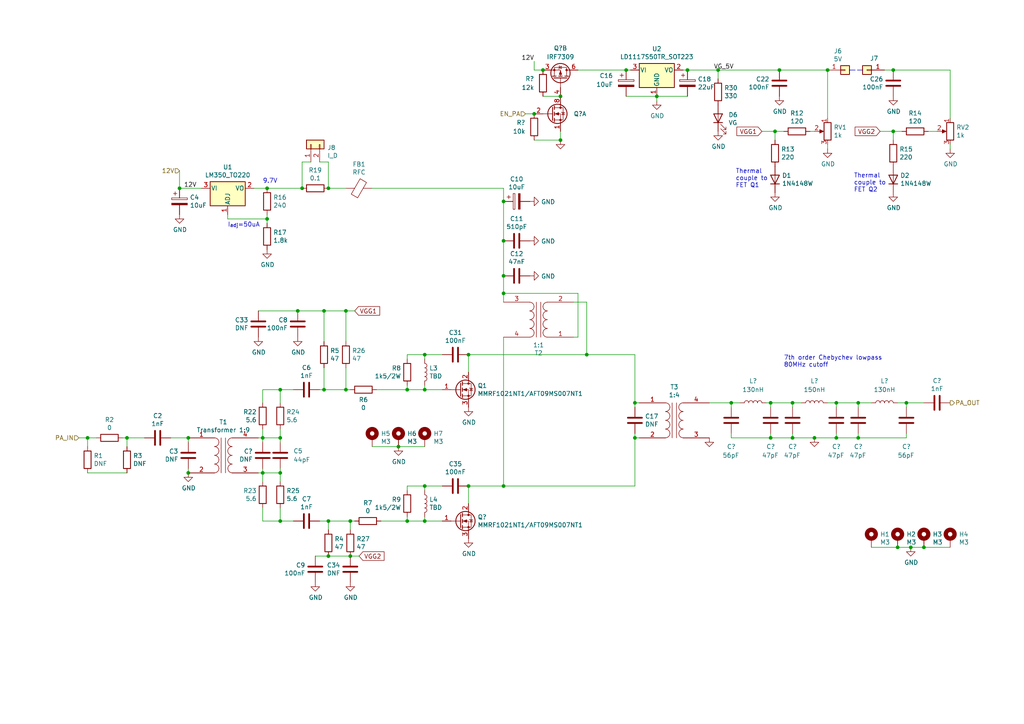
<source format=kicad_sch>
(kicad_sch (version 20211123) (generator eeschema)
  (paper "A4")
  (title_block (title "DART-70 TRX") (date "2023-01-22") (rev "0") (company "HB9EGM") (comment 1 "A 4m Band SSB/CW Transceiver"))
  (lib_symbols
    (symbol "AFT09MS007NT1-Pushpull-rescue:CP-Device" (pin_numbers hide) (pin_names (offset 0.254))
      (property "Reference" "C" (at 0.635 2.54 0))
      (property "Value" "CP-Device" (at 0.635 -2.54 0))
      (symbol "CP-Device_0_1"
        (rectangle (start -2.286 0.508) (end 2.286 1.016))
        (polyline (pts (xy -1.778 2.286) (xy -0.762 2.286)))
        (polyline (pts (xy -1.27 2.794) (xy -1.27 1.778)))
        (rectangle (start 2.286 -0.508) (end -2.286 -1.016) (fill (type outline)))
      )
      (symbol "CP-Device_1_1"
        (pin passive line (at 0 3.81 270) (length 2.794) (name "~") (number "1"))
        (pin passive line (at 0 -3.81 90) (length 2.794) (name "~") (number "2"))
      )
    )
    (symbol "AFT09MS007NT1-Pushpull-rescue:Ferrite_Bead-Device" (pin_numbers hide) (pin_names (offset 0))
      (property "Reference" "FB" (at -3.81 0.635 90))
      (property "Value" "Ferrite_Bead-Device" (at 3.81 0 90))
      (symbol "Ferrite_Bead-Device_0_1"
        (polyline (pts (xy 0 -1.27) (xy 0 -1.2192)))
        (polyline (pts (xy 0 1.27) (xy 0 1.2954)))
        (polyline (pts (xy -2.7686 0.4064) (xy -1.7018 2.2606) (xy 2.7686 -0.3048) (xy 1.6764 -2.159) (xy -2.7686 0.4064)))
      )
      (symbol "Ferrite_Bead-Device_1_1"
        (pin passive line (at 0 3.81 270) (length 2.54) (name "~") (number "1"))
        (pin passive line (at 0 -3.81 90) (length 2.54) (name "~") (number "2"))
      )
    )
    (symbol "AFT09MS007NT1-Pushpull-rescue:R_POT-Device" (pin_names (offset 1.016) hide)
      (property "Reference" "RV" (at -4.445 0 90))
      (property "Value" "R_POT-Device" (at -2.54 0 90))
      (symbol "R_POT-Device_0_1"
        (polyline (pts (xy 2.54 0) (xy 1.524 0)))
        (polyline (pts (xy 1.143 0) (xy 2.286 0.508) (xy 2.286 -0.508) (xy 1.143 0)) (fill (type outline)))
        (rectangle (start 1.016 2.54) (end -1.016 -2.54) (stroke (width 0.254)))
      )
      (symbol "R_POT-Device_1_1"
        (pin passive line (at 0 3.81 270) (length 1.27) (name "1") (number "1"))
        (pin passive line (at 3.81 0 180) (length 1.27) (name "2") (number "2"))
        (pin passive line (at 0 -3.81 90) (length 1.27) (name "3") (number "3"))
      )
    )
    (symbol "Connector_Generic:Conn_01x01" (pin_names (offset 1.016) hide)
      (property "Reference" "J" (at 0 2.54 0))
      (property "Value" "Conn_01x01" (at 0 -2.54 0))
      (symbol "Conn_01x01_1_1"
        (rectangle (start -1.27 0.127) (end 0 -0.127) (stroke (width 0.1524)))
        (rectangle (start -1.27 1.27) (end 1.27 -1.27) (stroke (width 0.254)) (fill (type background)))
        (pin passive line (at -5.08 0 0) (length 3.81) (name "Pin_1") (number "1"))
      )
    )
    (symbol "Connector_Generic:Conn_01x02" (pin_names (offset 1.016) hide)
      (property "Reference" "J" (at 0 2.54 0))
      (property "Value" "Conn_01x02" (at 0 -5.08 0))
      (symbol "Conn_01x02_1_1"
        (rectangle (start -1.27 -2.413) (end 0 -2.667) (stroke (width 0.1524)))
        (rectangle (start -1.27 0.127) (end 0 -0.127) (stroke (width 0.1524)))
        (rectangle (start -1.27 1.27) (end 1.27 -3.81) (stroke (width 0.254)) (fill (type background)))
        (pin passive line (at -5.08 0 0) (length 3.81) (name "Pin_1") (number "1"))
        (pin passive line (at -5.08 -2.54 0) (length 3.81) (name "Pin_2") (number "2"))
      )
    )
    (symbol "Device:C" (pin_numbers hide) (pin_names (offset 0.254))
      (property "Reference" "C" (at 0.635 2.54 0))
      (property "Value" "C" (at 0.635 -2.54 0))
      (symbol "C_0_1"
        (polyline (pts (xy -2.032 -0.762) (xy 2.032 -0.762)) (stroke (width 0.508)))
        (polyline (pts (xy -2.032 0.762) (xy 2.032 0.762)) (stroke (width 0.508)))
      )
      (symbol "C_1_1"
        (pin passive line (at 0 3.81 270) (length 2.794) (name "~") (number "1"))
        (pin passive line (at 0 -3.81 90) (length 2.794) (name "~") (number "2"))
      )
    )
    (symbol "Device:L" (pin_numbers hide) (pin_names (offset 1.016) hide)
      (property "Reference" "L" (at -1.27 0 90))
      (property "Value" "L" (at 1.905 0 90))
      (symbol "L_0_1"
        (arc (start 0 -2.54) (mid 0.635 -1.905) (end 0 -1.27))
        (arc (start 0 -1.27) (mid 0.635 -0.635) (end 0 0))
        (arc (start 0 0) (mid 0.635 0.635) (end 0 1.27))
        (arc (start 0 1.27) (mid 0.635 1.905) (end 0 2.54))
      )
      (symbol "L_1_1"
        (pin passive line (at 0 3.81 270) (length 1.27) (name "1") (number "1"))
        (pin passive line (at 0 -3.81 90) (length 1.27) (name "2") (number "2"))
      )
    )
    (symbol "Device:LED" (pin_numbers hide) (pin_names (offset 1.016) hide)
      (property "Reference" "D" (at 0 2.54 0))
      (property "Value" "LED" (at 0 -2.54 0))
      (symbol "LED_0_1"
        (polyline (pts (xy -1.27 -1.27) (xy -1.27 1.27)) (stroke (width 0.254)))
        (polyline (pts (xy -1.27 0) (xy 1.27 0)))
        (polyline (pts (xy 1.27 -1.27) (xy 1.27 1.27) (xy -1.27 0) (xy 1.27 -1.27)) (stroke (width 0.254)))
        (polyline (pts (xy -3.048 -0.762) (xy -4.572 -2.286) (xy -3.81 -2.286) (xy -4.572 -2.286) (xy -4.572 -1.524)))
        (polyline (pts (xy -1.778 -0.762) (xy -3.302 -2.286) (xy -2.54 -2.286) (xy -3.302 -2.286) (xy -3.302 -1.524)))
      )
      (symbol "LED_1_1"
        (pin passive line (at -3.81 0 0) (length 2.54) (name "K") (number "1"))
        (pin passive line (at 3.81 0 180) (length 2.54) (name "A") (number "2"))
      )
    )
    (symbol "Device:Q_NMOS_GDS" (pin_names (offset 0) hide)
      (property "Reference" "Q" (at 5.08 1.27 0))
      (property "Value" "Q_NMOS_GDS" (at 5.08 -1.27 0))
      (symbol "Q_NMOS_GDS_0_1"
        (polyline (pts (xy 0.254 0) (xy -2.54 0)))
        (polyline (pts (xy 0.254 1.905) (xy 0.254 -1.905)) (stroke (width 0.254)))
        (polyline (pts (xy 0.762 -1.27) (xy 0.762 -2.286)) (stroke (width 0.254)))
        (polyline (pts (xy 0.762 0.508) (xy 0.762 -0.508)) (stroke (width 0.254)))
        (polyline (pts (xy 0.762 2.286) (xy 0.762 1.27)) (stroke (width 0.254)))
        (polyline (pts (xy 2.54 2.54) (xy 2.54 1.778)))
        (polyline (pts (xy 2.54 -2.54) (xy 2.54 0) (xy 0.762 0)))
        (polyline (pts (xy 0.762 -1.778) (xy 3.302 -1.778) (xy 3.302 1.778) (xy 0.762 1.778)))
        (polyline (pts (xy 1.016 0) (xy 2.032 0.381) (xy 2.032 -0.381) (xy 1.016 0)) (fill (type outline)))
        (polyline (pts (xy 2.794 0.508) (xy 2.921 0.381) (xy 3.683 0.381) (xy 3.81 0.254)))
        (polyline (pts (xy 3.302 0.381) (xy 2.921 -0.254) (xy 3.683 -0.254) (xy 3.302 0.381)))
        (circle (center 1.651 0) (radius 2.794) (stroke (width 0.254)))
        (circle (center 2.54 -1.778) (radius 0.254) (fill (type outline)))
        (circle (center 2.54 1.778) (radius 0.254) (fill (type outline)))
      )
      (symbol "Q_NMOS_GDS_1_1"
        (pin input line (at -5.08 0 0) (length 2.54) (name "G") (number "1"))
        (pin passive line (at 2.54 5.08 270) (length 2.54) (name "D") (number "2"))
        (pin passive line (at 2.54 -5.08 90) (length 2.54) (name "S") (number "3"))
      )
    )
    (symbol "Device:R" (pin_numbers hide) (pin_names (offset 0))
      (property "Reference" "R" (at 2.032 0 90))
      (property "Value" "R" (at 0 0 90))
      (symbol "R_0_1"
        (rectangle (start -1.016 -2.54) (end 1.016 2.54) (stroke (width 0.254)))
      )
      (symbol "R_1_1"
        (pin passive line (at 0 3.81 270) (length 1.27) (name "~") (number "1"))
        (pin passive line (at 0 -3.81 90) (length 1.27) (name "~") (number "2"))
      )
    )
    (symbol "Device:Transformer_1P_1S" (pin_names (offset 1.016) hide)
      (property "Reference" "T" (at 0 6.35 0))
      (property "Value" "Transformer_1P_1S" (at 0 -7.62 0))
      (symbol "Transformer_1P_1S_0_1"
        (arc (start -2.54 -5.0546) (mid -1.6599 -4.6901) (end -1.27 -3.81))
        (arc (start -2.54 -2.5146) (mid -1.6599 -2.1501) (end -1.27 -1.27))
        (arc (start -2.54 0.0254) (mid -1.6599 0.3899) (end -1.27 1.27))
        (arc (start -2.54 2.5654) (mid -1.6599 2.9299) (end -1.27 3.81))
        (arc (start -1.27 -3.81) (mid -1.642 -2.912) (end -2.54 -2.54))
        (arc (start -1.27 -1.27) (mid -1.642 -0.372) (end -2.54 0))
        (arc (start -1.27 1.27) (mid -1.642 2.168) (end -2.54 2.54))
        (arc (start -1.27 3.81) (mid -1.642 4.708) (end -2.54 5.08))
        (polyline (pts (xy -0.635 5.08) (xy -0.635 -5.08)))
        (polyline (pts (xy 0.635 -5.08) (xy 0.635 5.08)))
        (arc (start 1.2954 -1.27) (mid 1.6599 -2.1501) (end 2.54 -2.5146))
        (arc (start 1.2954 1.27) (mid 1.6599 0.3899) (end 2.54 0.0254))
        (arc (start 1.2954 3.81) (mid 1.6599 2.9299) (end 2.54 2.5654))
        (arc (start 1.3208 -3.81) (mid 1.6853 -4.6901) (end 2.5654 -5.0546))
        (arc (start 2.54 0) (mid 1.642 -0.372) (end 1.2954 -1.27))
        (arc (start 2.54 2.54) (mid 1.642 2.168) (end 1.2954 1.27))
        (arc (start 2.54 5.08) (mid 1.642 4.708) (end 1.2954 3.81))
        (arc (start 2.5654 -2.54) (mid 1.6674 -2.912) (end 1.3208 -3.81))
      )
      (symbol "Transformer_1P_1S_1_1"
        (pin passive line (at -10.16 5.08 0) (length 7.62) (name "AA") (number "1"))
        (pin passive line (at -10.16 -5.08 0) (length 7.62) (name "AB") (number "2"))
        (pin passive line (at 10.16 -5.08 180) (length 7.62) (name "SA") (number "3"))
        (pin passive line (at 10.16 5.08 180) (length 7.62) (name "SB") (number "4"))
      )
    )
    (symbol "Diode:1N4148W" (pin_numbers hide) (pin_names hide)
      (property "Reference" "D" (at 0 2.54 0))
      (property "Value" "1N4148W" (at 0 -2.54 0))
      (symbol "1N4148W_0_1"
        (polyline (pts (xy -1.27 1.27) (xy -1.27 -1.27)) (stroke (width 0.254)))
        (polyline (pts (xy 1.27 0) (xy -1.27 0)))
        (polyline (pts (xy 1.27 1.27) (xy 1.27 -1.27) (xy -1.27 0) (xy 1.27 1.27)) (stroke (width 0.254)))
      )
      (symbol "1N4148W_1_1"
        (pin passive line (at -3.81 0 0) (length 2.54) (name "K") (number "1"))
        (pin passive line (at 3.81 0 180) (length 2.54) (name "A") (number "2"))
      )
    )
    (symbol "Mechanical:MountingHole_Pad" (pin_numbers hide) (pin_names (offset 1.016) hide)
      (property "Reference" "H" (at 0 6.35 0))
      (property "Value" "MountingHole_Pad" (at 0 4.445 0))
      (symbol "MountingHole_Pad_0_1"
        (circle (center 0 1.27) (radius 1.27) (stroke (width 1.27)))
      )
      (symbol "MountingHole_Pad_1_1"
        (pin input line (at 0 -2.54 90) (length 2.54) (name "1") (number "1"))
      )
    )
    (symbol "Regulator_Linear:LD1117S50TR_SOT223" (pin_names (offset 0.254))
      (property "Reference" "U" (at -3.81 3.175 0))
      (property "Value" "LD1117S50TR_SOT223" (at 0 3.175 0))
      (symbol "LD1117S50TR_SOT223_0_1"
        (rectangle (start -5.08 -5.08) (end 5.08 1.905) (stroke (width 0.254)) (fill (type background)))
      )
      (symbol "LD1117S50TR_SOT223_1_1"
        (pin power_in line (at 0 -7.62 90) (length 2.54) (name "GND") (number "1"))
        (pin power_out line (at 7.62 0 180) (length 2.54) (name "VO") (number "2"))
        (pin power_in line (at -7.62 0 0) (length 2.54) (name "VI") (number "3"))
      )
    )
    (symbol "Regulator_Linear:LM350_TO220" (pin_names (offset 0.254))
      (property "Reference" "U" (at -3.81 3.175 0))
      (property "Value" "LM350_TO220" (at 0 3.175 0))
      (symbol "LM350_TO220_0_1"
        (rectangle (start -5.08 1.905) (end 5.08 -5.08) (stroke (width 0.254)) (fill (type background)))
      )
      (symbol "LM350_TO220_1_1"
        (pin input line (at 0 -7.62 90) (length 2.54) (name "ADJ") (number "1"))
        (pin power_out line (at 7.62 0 180) (length 2.54) (name "VO") (number "2"))
        (pin power_in line (at -7.62 0 0) (length 2.54) (name "VI") (number "3"))
      )
    )
    (symbol "Transistor_FET:IRF7309IPBF" (pin_names hide)
      (property "Reference" "Q" (at 5.08 1.905 0))
      (property "Value" "IRF7309IPBF" (at 5.08 0 0))
      (symbol "IRF7309IPBF_0_1"
        (polyline (pts (xy 0.254 0) (xy -2.54 0)))
        (polyline (pts (xy 0.254 1.905) (xy 0.254 -1.905)) (stroke (width 0.254)))
        (polyline (pts (xy 0.762 -1.27) (xy 0.762 -2.286)) (stroke (width 0.254)))
        (polyline (pts (xy 0.762 0.508) (xy 0.762 -0.508)) (stroke (width 0.254)))
        (polyline (pts (xy 0.762 2.286) (xy 0.762 1.27)) (stroke (width 0.254)))
        (polyline (pts (xy 2.54 2.54) (xy 2.54 1.778)))
        (polyline (pts (xy 2.54 -2.54) (xy 2.54 0) (xy 0.762 0)))
        (polyline (pts (xy 0.762 -1.778) (xy 3.302 -1.778) (xy 3.302 1.778) (xy 0.762 1.778)))
        (circle (center 1.651 0) (radius 2.794) (stroke (width 0.254)))
        (circle (center 2.54 -1.778) (radius 0.254) (fill (type outline)))
        (circle (center 2.54 1.778) (radius 0.254) (fill (type outline)))
      )
      (symbol "IRF7309IPBF_1_1"
        (polyline (pts (xy 1.016 0) (xy 2.032 0.381) (xy 2.032 -0.381) (xy 1.016 0)) (fill (type outline)))
        (polyline (pts (xy 2.794 0.508) (xy 2.921 0.381) (xy 3.683 0.381) (xy 3.81 0.254)))
        (polyline (pts (xy 3.302 0.381) (xy 2.921 -0.254) (xy 3.683 -0.254) (xy 3.302 0.381)))
        (pin passive line (at 2.54 -5.08 90) (length 2.54) (name "S") (number "1"))
        (pin input line (at -5.08 0 0) (length 2.54) (name "G") (number "2"))
        (pin passive line (at 2.54 5.08 270) (length 2.54) hide (name "D") (number "7"))
        (pin passive line (at 2.54 5.08 270) (length 2.54) (name "D") (number "8"))
      )
      (symbol "IRF7309IPBF_2_1"
        (polyline (pts (xy 2.286 0) (xy 1.27 0.381) (xy 1.27 -0.381) (xy 2.286 0)) (fill (type outline)))
        (polyline (pts (xy 2.794 -0.508) (xy 2.921 -0.381) (xy 3.683 -0.381) (xy 3.81 -0.254)))
        (polyline (pts (xy 3.302 -0.381) (xy 2.921 0.254) (xy 3.683 0.254) (xy 3.302 -0.381)))
        (pin passive line (at 2.54 -5.08 90) (length 2.54) (name "1") (number "3"))
        (pin input line (at -5.08 0 0) (length 2.54) (name "G") (number "4"))
        (pin passive line (at 2.54 5.08 270) (length 2.54) hide (name "D") (number "5"))
        (pin passive line (at 2.54 5.08 270) (length 2.54) (name "D") (number "6"))
      )
    )
    (symbol "power:GND" (power) (pin_names (offset 0))
      (property "Value" "GND" (at 0 -3.81 0))
      (symbol "GND_0_1"
        (polyline (pts (xy 0 0) (xy 0 -1.27) (xy 1.27 -1.27) (xy 0 -2.54) (xy -1.27 -1.27) (xy 0 -1.27)))
      )
      (symbol "GND_1_1"
        (pin power_in line (at 0 0 270) (length 0) hide (name "GND") (number "1"))
      )
    )
  )
  (junction (at 259.08 20.32))
  (junction (at 100.33 113.03))
  (junction (at 223.52 116.84))
  (junction (at 229.87 127))
  (junction (at 118.11 113.03))
  (junction (at 248.92 127))
  (junction (at 146.05 140.97))
  (junction (at 87.63 54.61))
  (junction (at 260.35 158.75))
  (junction (at 184.15 116.84))
  (junction (at 154.94 33.02))
  (junction (at 93.98 90.17))
  (junction (at 236.22 127))
  (junction (at 146.05 58.42))
  (junction (at 162.56 40.64))
  (junction (at 86.36 90.17))
  (junction (at 190.5 27.94))
  (junction (at 264.16 158.75))
  (junction (at 115.57 129.54))
  (junction (at 36.83 127))
  (junction (at 212.09 116.84))
  (junction (at 100.33 90.17))
  (junction (at 146.05 80.01))
  (junction (at 259.08 38.1))
  (junction (at 240.03 20.32))
  (junction (at 170.18 102.87))
  (junction (at 135.89 140.97))
  (junction (at 184.15 127))
  (junction (at 81.28 113.03))
  (junction (at 54.61 137.16))
  (junction (at 123.19 102.87))
  (junction (at 123.19 151.13))
  (junction (at 199.39 20.32))
  (junction (at 118.11 151.13))
  (junction (at 224.79 38.1))
  (junction (at 81.28 137.16))
  (junction (at 95.25 54.61))
  (junction (at 95.25 151.13))
  (junction (at 267.97 158.75))
  (junction (at 248.92 116.84))
  (junction (at 52.07 54.61))
  (junction (at 76.2 137.16))
  (junction (at 135.89 102.87))
  (junction (at 242.57 116.84))
  (junction (at 146.05 69.85))
  (junction (at 81.28 151.13))
  (junction (at 229.87 116.84))
  (junction (at 93.98 113.03))
  (junction (at 77.47 63.5))
  (junction (at 123.19 113.03))
  (junction (at 95.25 161.29))
  (junction (at 242.57 127))
  (junction (at 157.48 20.32))
  (junction (at 223.52 127))
  (junction (at 54.61 127))
  (junction (at 208.28 20.32))
  (junction (at 146.05 85.09))
  (junction (at 101.6 161.29))
  (junction (at 25.4 127))
  (junction (at 77.47 54.61))
  (junction (at 226.06 20.32))
  (junction (at 81.28 127))
  (junction (at 181.61 20.32))
  (junction (at 162.56 27.94))
  (junction (at 262.89 116.84))
  (junction (at 101.6 151.13))
  (junction (at 123.19 140.97))
  (junction (at 76.2 127))
  (wire (pts (xy 100.33 99.06) (xy 100.33 90.17)))
  (wire (pts (xy 262.89 125.73) (xy 262.89 127)))
  (wire (pts (xy 223.52 116.84) (xy 229.87 116.84)))
  (wire (pts (xy 93.98 113.03) (xy 93.98 106.68)))
  (wire (pts (xy 166.37 87.63) (xy 170.18 87.63)))
  (wire (pts (xy 81.28 124.46) (xy 81.28 127)))
  (wire (pts (xy 212.09 118.11) (xy 212.09 116.84)))
  (wire (pts (xy 76.2 135.89) (xy 76.2 137.16)))
  (wire (pts (xy 76.2 139.7) (xy 76.2 137.16)))
  (wire (pts (xy 101.6 151.13) (xy 95.25 151.13)))
  (wire (pts (xy 76.2 137.16) (xy 74.93 137.16)))
  (wire (pts (xy 81.28 139.7) (xy 81.28 137.16)))
  (wire (pts (xy 146.05 97.79) (xy 146.05 140.97)))
  (wire (pts (xy 229.87 125.73) (xy 229.87 127)))
  (wire (pts (xy 123.19 140.97) (xy 118.11 140.97)))
  (wire (pts (xy 242.57 125.73) (xy 242.57 127)))
  (wire (pts (xy 85.09 113.03) (xy 81.28 113.03)))
  (wire (pts (xy 259.08 38.1) (xy 261.62 38.1)))
  (wire (pts (xy 198.12 20.32) (xy 199.39 20.32)))
  (wire (pts (xy 135.89 140.97) (xy 146.05 140.97)))
  (wire (pts (xy 100.33 113.03) (xy 101.6 113.03)))
  (wire (pts (xy 146.05 54.61) (xy 146.05 58.42)))
  (wire (pts (xy 262.89 116.84) (xy 267.97 116.84)))
  (wire (pts (xy 212.09 127) (xy 212.09 125.73)))
  (wire (pts (xy 152.4 33.02) (xy 154.94 33.02)))
  (wire (pts (xy 275.59 34.29) (xy 275.59 20.32)))
  (wire (pts (xy 184.15 125.73) (xy 184.15 127)))
  (wire (pts (xy 123.19 113.03) (xy 128.27 113.03)))
  (wire (pts (xy 95.25 161.29) (xy 101.6 161.29)))
  (wire (pts (xy 223.52 125.73) (xy 223.52 127)))
  (wire (pts (xy 101.6 161.29) (xy 104.14 161.29)))
  (wire (pts (xy 260.35 158.75) (xy 264.16 158.75)))
  (wire (pts (xy 93.98 99.06) (xy 93.98 90.17)))
  (wire (pts (xy 184.15 116.84) (xy 184.15 118.11)))
  (wire (pts (xy 157.48 27.94) (xy 162.56 27.94)))
  (wire (pts (xy 92.71 46.99) (xy 95.25 46.99)))
  (wire (pts (xy 123.19 111.76) (xy 123.19 113.03)))
  (wire (pts (xy 118.11 111.76) (xy 118.11 113.03)))
  (wire (pts (xy 123.19 104.14) (xy 123.19 102.87)))
  (wire (pts (xy 229.87 127) (xy 223.52 127)))
  (wire (pts (xy 102.87 90.17) (xy 100.33 90.17)))
  (wire (pts (xy 128.27 140.97) (xy 123.19 140.97)))
  (wire (pts (xy 222.25 116.84) (xy 223.52 116.84)))
  (wire (pts (xy 248.92 116.84) (xy 242.57 116.84)))
  (wire (pts (xy 262.89 116.84) (xy 262.89 118.11)))
  (wire (pts (xy 162.56 38.1) (xy 162.56 40.64)))
  (wire (pts (xy 76.2 113.03) (xy 81.28 113.03)))
  (wire (pts (xy 52.07 54.61) (xy 58.42 54.61)))
  (wire (pts (xy 76.2 127) (xy 76.2 128.27)))
  (wire (pts (xy 81.28 127) (xy 76.2 127)))
  (wire (pts (xy 22.86 127) (xy 25.4 127)))
  (wire (pts (xy 205.74 116.84) (xy 212.09 116.84)))
  (wire (pts (xy 166.37 97.79) (xy 167.64 97.79)))
  (wire (pts (xy 36.83 129.54) (xy 36.83 127)))
  (wire (pts (xy 25.4 127) (xy 27.94 127)))
  (wire (pts (xy 93.98 90.17) (xy 86.36 90.17)))
  (wire (pts (xy 267.97 158.75) (xy 275.59 158.75)))
  (wire (pts (xy 66.04 63.5) (xy 77.47 63.5)))
  (wire (pts (xy 223.52 116.84) (xy 223.52 118.11)))
  (wire (pts (xy 81.28 135.89) (xy 81.28 137.16)))
  (wire (pts (xy 242.57 127) (xy 236.22 127)))
  (wire (pts (xy 181.61 27.94) (xy 190.5 27.94)))
  (wire (pts (xy 162.56 40.64) (xy 154.94 40.64)))
  (wire (pts (xy 66.04 63.5) (xy 66.04 62.23)))
  (wire (pts (xy 252.73 116.84) (xy 248.92 116.84)))
  (wire (pts (xy 73.66 54.61) (xy 77.47 54.61)))
  (wire (pts (xy 107.95 54.61) (xy 146.05 54.61)))
  (wire (pts (xy 256.54 20.32) (xy 259.08 20.32)))
  (wire (pts (xy 36.83 137.16) (xy 25.4 137.16)))
  (wire (pts (xy 259.08 40.64) (xy 259.08 38.1)))
  (wire (pts (xy 123.19 151.13) (xy 128.27 151.13)))
  (wire (pts (xy 100.33 90.17) (xy 93.98 90.17)))
  (wire (pts (xy 49.53 127) (xy 54.61 127)))
  (wire (pts (xy 236.22 127) (xy 229.87 127)))
  (wire (pts (xy 81.28 113.03) (xy 81.28 116.84)))
  (wire (pts (xy 242.57 116.84) (xy 242.57 118.11)))
  (polyline (pts (xy 246.38 20.32) (xy 250.19 20.32)))
  (wire (pts (xy 95.25 54.61) (xy 95.25 46.99)))
  (wire (pts (xy 123.19 142.24) (xy 123.19 140.97)))
  (wire (pts (xy 135.89 107.95) (xy 135.89 102.87)))
  (wire (pts (xy 242.57 116.84) (xy 240.03 116.84)))
  (wire (pts (xy 264.16 158.75) (xy 267.97 158.75)))
  (wire (pts (xy 81.28 137.16) (xy 76.2 137.16)))
  (wire (pts (xy 240.03 34.29) (xy 240.03 20.32)))
  (wire (pts (xy 224.79 40.64) (xy 224.79 38.1)))
  (wire (pts (xy 101.6 153.67) (xy 101.6 151.13)))
  (wire (pts (xy 262.89 127) (xy 248.92 127)))
  (wire (pts (xy 123.19 102.87) (xy 118.11 102.87)))
  (wire (pts (xy 54.61 135.89) (xy 54.61 137.16)))
  (wire (pts (xy 248.92 116.84) (xy 248.92 118.11)))
  (wire (pts (xy 35.56 127) (xy 36.83 127)))
  (wire (pts (xy 76.2 116.84) (xy 76.2 113.03)))
  (wire (pts (xy 76.2 127) (xy 74.93 127)))
  (wire (pts (xy 95.25 54.61) (xy 100.33 54.61)))
  (wire (pts (xy 199.39 20.32) (xy 208.28 20.32)))
  (wire (pts (xy 91.44 161.29) (xy 95.25 161.29)))
  (wire (pts (xy 115.57 129.54) (xy 123.19 129.54)))
  (wire (pts (xy 167.64 20.32) (xy 181.61 20.32)))
  (wire (pts (xy 109.22 113.03) (xy 118.11 113.03)))
  (wire (pts (xy 275.59 43.18) (xy 275.59 41.91)))
  (wire (pts (xy 76.2 124.46) (xy 76.2 127)))
  (wire (pts (xy 190.5 27.94) (xy 199.39 27.94)))
  (wire (pts (xy 181.61 20.32) (xy 182.88 20.32)))
  (wire (pts (xy 118.11 151.13) (xy 123.19 151.13)))
  (wire (pts (xy 118.11 149.86) (xy 118.11 151.13)))
  (wire (pts (xy 135.89 102.87) (xy 170.18 102.87)))
  (wire (pts (xy 118.11 113.03) (xy 123.19 113.03)))
  (wire (pts (xy 252.73 158.75) (xy 260.35 158.75)))
  (wire (pts (xy 269.24 38.1) (xy 271.78 38.1)))
  (wire (pts (xy 224.79 38.1) (xy 220.98 38.1)))
  (wire (pts (xy 128.27 102.87) (xy 123.19 102.87)))
  (wire (pts (xy 81.28 128.27) (xy 81.28 127)))
  (wire (pts (xy 77.47 64.77) (xy 77.47 63.5)))
  (wire (pts (xy 77.47 63.5) (xy 77.47 62.23)))
  (wire (pts (xy 76.2 151.13) (xy 76.2 147.32)))
  (wire (pts (xy 240.03 43.18) (xy 240.03 41.91)))
  (wire (pts (xy 184.15 127) (xy 185.42 127)))
  (wire (pts (xy 229.87 116.84) (xy 232.41 116.84)))
  (wire (pts (xy 227.33 38.1) (xy 224.79 38.1)))
  (wire (pts (xy 146.05 80.01) (xy 146.05 85.09)))
  (wire (pts (xy 190.5 29.21) (xy 190.5 27.94)))
  (wire (pts (xy 25.4 129.54) (xy 25.4 127)))
  (wire (pts (xy 36.83 127) (xy 41.91 127)))
  (wire (pts (xy 255.27 38.1) (xy 259.08 38.1)))
  (wire (pts (xy 135.89 140.97) (xy 135.89 146.05)))
  (wire (pts (xy 93.98 113.03) (xy 100.33 113.03)))
  (wire (pts (xy 167.64 97.79) (xy 167.64 85.09)))
  (wire (pts (xy 208.28 22.86) (xy 208.28 20.32)))
  (wire (pts (xy 95.25 153.67) (xy 95.25 151.13)))
  (wire (pts (xy 77.47 54.61) (xy 87.63 54.61)))
  (wire (pts (xy 154.94 17.78) (xy 154.94 20.32)))
  (wire (pts (xy 184.15 116.84) (xy 184.15 102.87)))
  (wire (pts (xy 167.64 85.09) (xy 146.05 85.09)))
  (wire (pts (xy 229.87 118.11) (xy 229.87 116.84)))
  (wire (pts (xy 95.25 151.13) (xy 92.71 151.13)))
  (wire (pts (xy 102.87 151.13) (xy 101.6 151.13)))
  (wire (pts (xy 154.94 20.32) (xy 157.48 20.32)))
  (wire (pts (xy 184.15 140.97) (xy 184.15 127)))
  (wire (pts (xy 170.18 87.63) (xy 170.18 102.87)))
  (wire (pts (xy 146.05 140.97) (xy 184.15 140.97)))
  (wire (pts (xy 184.15 102.87) (xy 170.18 102.87)))
  (wire (pts (xy 275.59 20.32) (xy 259.08 20.32)))
  (wire (pts (xy 146.05 85.09) (xy 146.05 87.63)))
  (wire (pts (xy 107.95 129.54) (xy 115.57 129.54)))
  (wire (pts (xy 248.92 125.73) (xy 248.92 127)))
  (wire (pts (xy 81.28 151.13) (xy 81.28 147.32)))
  (wire (pts (xy 240.03 20.32) (xy 226.06 20.32)))
  (wire (pts (xy 248.92 127) (xy 242.57 127)))
  (wire (pts (xy 54.61 128.27) (xy 54.61 127)))
  (wire (pts (xy 234.95 38.1) (xy 236.22 38.1)))
  (wire (pts (xy 118.11 102.87) (xy 118.11 104.14)))
  (wire (pts (xy 146.05 58.42) (xy 146.05 69.85)))
  (wire (pts (xy 118.11 140.97) (xy 118.11 142.24)))
  (wire (pts (xy 260.35 116.84) (xy 262.89 116.84)))
  (wire (pts (xy 110.49 151.13) (xy 118.11 151.13)))
  (wire (pts (xy 52.07 49.53) (xy 52.07 54.61)))
  (wire (pts (xy 212.09 116.84) (xy 214.63 116.84)))
  (wire (pts (xy 185.42 116.84) (xy 184.15 116.84)))
  (wire (pts (xy 100.33 106.68) (xy 100.33 113.03)))
  (wire (pts (xy 146.05 69.85) (xy 146.05 80.01)))
  (wire (pts (xy 208.28 20.32) (xy 226.06 20.32)))
  (wire (pts (xy 90.17 46.99) (xy 87.63 46.99)))
  (wire (pts (xy 85.09 151.13) (xy 81.28 151.13)))
  (wire (pts (xy 81.28 151.13) (xy 76.2 151.13)))
  (wire (pts (xy 123.19 149.86) (xy 123.19 151.13)))
  (wire (pts (xy 87.63 46.99) (xy 87.63 54.61)))
  (wire (pts (xy 223.52 127) (xy 212.09 127)))
  (wire (pts (xy 92.71 113.03) (xy 93.98 113.03)))
  (wire (pts (xy 74.93 90.17) (xy 86.36 90.17)))
  (text "Thermal\ncouple to\nFET Q2" (at 247.65 55.88 0) (effects (font (size 1.27 1.27)) (justify left bottom)))
  (text "9.7V" (at 76.2 53.34 0) (effects (font (size 1.27 1.27)) (justify left bottom)))
  (text "Thermal\ncouple to\nFET Q1" (at 213.36 54.61 0) (effects (font (size 1.27 1.27)) (justify left bottom)))
  (text "I_{adj}=50uA" (at 66.04 66.04 0) (effects (font (size 1.27 1.27)) (justify left bottom)))
  (text "7th order Chebychev lowpass\n80MHz cutoff" (at 227.33 106.68 0) (effects (font (size 1.27 1.27)) (justify left bottom)))
  (label "12V" (at 53.34 54.61 0))
  (label "VG_5V" (at 207.01 20.32 0))
  (label "12V" (at 154.94 17.78 180))
  (global_label "VGG2" (shape input) (at 104.14 161.29 0) (property "Intersheet References" "${INTERSHEET_REFS}" (effects hide)))
  (global_label "VGG1" (shape input) (at 102.87 90.17 0) (property "Intersheet References" "${INTERSHEET_REFS}" (effects hide)))
  (global_label "VGG2" (shape input) (at 255.27 38.1 180) (property "Intersheet References" "${INTERSHEET_REFS}" (effects hide)))
  (global_label "VGG1" (shape input) (at 220.98 38.1 180) (property "Intersheet References" "${INTERSHEET_REFS}" (effects hide)))
  (hierarchical_label "EN_PA" (shape input) (at 152.4 33.02 180))
  (hierarchical_label "PA_OUT" (shape output) (at 275.59 116.84 0))
  (hierarchical_label "12V" (shape input) (at 52.07 49.53 180))
  (hierarchical_label "PA_IN" (shape input) (at 22.86 127 180))
  (symbol (lib_id "Device:R") (at 224.79 44.45 0) (unit 1)
    (property "Reference" "R13" (at 226.568 43.2816 0) (effects (justify left)))
    (property "Value" "220" (at 226.568 45.593 0) (effects (justify left)))
    (property "Footprint" "Resistor_SMD:R_0805_2012Metric" (effects hide))
  )
  (symbol (lib_id "Device:Transformer_1P_1S") (at 195.58 121.92 0) (unit 1)
    (property "Reference" "T3" (at 195.58 112.2426 0))
    (property "Value" "1:4" (at 195.58 114.554 0))
    (property "Footprint" "mmrf1021-pa:four_4mm_pads" (effects hide))
  )
  (symbol (lib_id "Device:C") (at 184.15 121.92 180) (unit 1)
    (property "Reference" "C17" (at 187.071 120.7516 0) (effects (justify right)))
    (property "Value" "DNF" (at 187.071 123.063 0) (effects (justify right)))
    (property "Footprint" "mmrf1021-pa:two_2mm_pads" (effects hide))
  )
  (symbol (lib_id "Device:C") (at 45.72 127 270) (unit 1)
    (property "Reference" "C2" (at 45.72 120.5992 90))
    (property "Value" "1nF" (at 45.72 122.9106 90))
    (property "Footprint" "Capacitor_SMD:C_0805_2012Metric" (effects hide))
    (property "MPN" "VJ0805A102GXXPW1BC" (effects hide))
  )
  (symbol (lib_id "AFT09MS007NT1-Pushpull-rescue:R_POT-Device") (at 240.03 38.1 0) (mirror y) (unit 1)
    (property "Reference" "RV1" (at 241.808 36.9316 0) (effects (justify right)))
    (property "Value" "1k" (at 241.808 39.243 0) (effects (justify right)))
    (property "Footprint" "Potentiometer_SMD:Potentiometer_Bourns_3214W_Vertical" (effects hide))
    (property "MPN" "Bourns 3214W-1-102E" (effects hide))
  )
  (symbol (lib_id "Device:C") (at 226.06 24.13 180) (unit 1)
    (property "Reference" "C22" (at 223.1644 22.9616 0) (effects (justify left)))
    (property "Value" "100nF" (at 223.1644 25.273 0) (effects (justify left)))
    (property "Footprint" "Capacitor_SMD:C_0805_2012Metric" (effects hide))
    (property "MPN" "GRM188R71H104KA93D" (effects hide))
  )
  (symbol (lib_id "power:GND") (at 226.06 27.94 0) (unit 1)
    (property "Reference" "#PWR023" (effects hide))
    (property "Value" "GND" (at 226.187 32.3342 0))
  )
  (symbol (lib_id "Mechanical:MountingHole_Pad") (at 252.73 156.21 0) (unit 1)
    (property "Reference" "H1" (at 255.27 154.9654 0) (effects (justify left)))
    (property "Value" "M3" (at 255.27 157.2768 0) (effects (justify left)))
    (property "Footprint" "MountingHole:MountingHole_3.2mm_M3_DIN965_Pad" (effects hide))
  )
  (symbol (lib_id "Mechanical:MountingHole_Pad") (at 260.35 156.21 0) (unit 1)
    (property "Reference" "H2" (at 262.89 154.9654 0) (effects (justify left)))
    (property "Value" "M3" (at 262.89 157.2768 0) (effects (justify left)))
    (property "Footprint" "MountingHole:MountingHole_3.2mm_M3_DIN965_Pad" (effects hide))
  )
  (symbol (lib_id "Mechanical:MountingHole_Pad") (at 267.97 156.21 0) (unit 1)
    (property "Reference" "H3" (at 270.51 154.9654 0) (effects (justify left)))
    (property "Value" "M3" (at 270.51 157.2768 0) (effects (justify left)))
    (property "Footprint" "MountingHole:MountingHole_3.2mm_M3_DIN965_Pad" (effects hide))
  )
  (symbol (lib_id "Mechanical:MountingHole_Pad") (at 275.59 156.21 0) (unit 1)
    (property "Reference" "H4" (at 278.13 154.9654 0) (effects (justify left)))
    (property "Value" "M3" (at 278.13 157.2768 0) (effects (justify left)))
    (property "Footprint" "MountingHole:MountingHole_3.2mm_M3_DIN965_Pad" (effects hide))
  )
  (symbol (lib_id "power:GND") (at 264.16 158.75 0) (unit 1)
    (property "Reference" "#PWR08" (effects hide))
    (property "Value" "GND" (at 264.287 163.1442 0))
  )
  (symbol (lib_id "Diode:1N4148W") (at 224.79 52.07 90) (unit 1)
    (property "Reference" "D1" (at 226.822 50.9016 90) (effects (justify right)))
    (property "Value" "1N4148W" (at 226.822 53.213 90) (effects (justify right)))
    (property "Footprint" "Diode_SMD:D_SOD-123F" (effects hide))
  )
  (symbol (lib_id "power:GND") (at 224.79 55.88 0) (unit 1)
    (property "Reference" "#PWR024" (effects hide))
    (property "Value" "GND" (at 224.917 60.2742 0))
  )
  (symbol (lib_id "Mechanical:MountingHole_Pad") (at 123.19 127 0) (unit 1)
    (property "Reference" "H7" (at 125.73 125.7554 0) (effects (justify left)))
    (property "Value" "M3" (at 125.73 128.0668 0) (effects (justify left)))
    (property "Footprint" "MountingHole:MountingHole_3.2mm_M3_DIN965_Pad" (effects hide))
  )
  (symbol (lib_id "Device:R") (at 100.33 102.87 0) (unit 1)
    (property "Reference" "R26" (at 102.108 101.7016 0) (effects (justify left)))
    (property "Value" "47" (at 102.108 104.013 0) (effects (justify left)))
    (property "Footprint" "Resistor_SMD:R_0805_2012Metric" (effects hide))
  )
  (symbol (lib_id "Device:R") (at 101.6 157.48 0) (unit 1)
    (property "Reference" "R27" (at 103.378 156.3116 0) (effects (justify left)))
    (property "Value" "47" (at 103.378 158.623 0) (effects (justify left)))
    (property "Footprint" "Resistor_SMD:R_0805_2012Metric" (effects hide))
  )
  (symbol (lib_id "Device:R") (at 81.28 143.51 0) (unit 1)
    (property "Reference" "R25" (at 83.058 142.3416 0) (effects (justify left)))
    (property "Value" "5.6" (at 83.058 144.653 0) (effects (justify left)))
    (property "Footprint" "Resistor_SMD:R_0805_2012Metric" (effects hide))
  )
  (symbol (lib_id "Device:R") (at 76.2 143.51 0) (unit 1)
    (property "Reference" "R23" (at 74.4474 142.3416 0) (effects (justify right)))
    (property "Value" "5.6" (at 74.4474 144.653 0) (effects (justify right)))
    (property "Footprint" "Resistor_SMD:R_0805_2012Metric" (effects hide))
  )
  (symbol (lib_id "Device:Transformer_1P_1S") (at 64.77 132.08 0) (unit 1)
    (property "Reference" "T1" (at 64.77 122.4026 0))
    (property "Value" "Transformer 1:9" (at 64.77 124.714 0))
    (property "Footprint" "mmrf1021-pa:four_4mm_pads_narrow" (effects hide))
  )
  (symbol (lib_id "power:GND") (at 54.61 137.16 0) (unit 1)
    (property "Reference" "#PWR03" (effects hide))
    (property "Value" "GND" (at 54.737 141.5542 0))
  )
  (symbol (lib_id "Device:C") (at 54.61 132.08 180) (unit 1)
    (property "Reference" "C3" (at 51.7144 130.9116 0) (effects (justify left)))
    (property "Value" "DNF" (at 51.7144 133.223 0) (effects (justify left)))
    (property "Footprint" "Capacitor_SMD:C_0805_2012Metric" (effects hide))
  )
  (symbol (lib_id "Device:R") (at 81.28 120.65 0) (unit 1)
    (property "Reference" "R24" (at 83.058 119.4816 0) (effects (justify left)))
    (property "Value" "5.6" (at 83.058 121.793 0) (effects (justify left)))
    (property "Footprint" "Resistor_SMD:R_0805_2012Metric" (effects hide))
  )
  (symbol (lib_id "Device:R") (at 76.2 120.65 0) (unit 1)
    (property "Reference" "R22" (at 74.4474 119.4816 0) (effects (justify right)))
    (property "Value" "5.6" (at 74.4474 121.793 0) (effects (justify right)))
    (property "Footprint" "Resistor_SMD:R_0805_2012Metric" (effects hide))
  )
  (symbol (lib_id "Device:C") (at 81.28 132.08 180) (unit 1)
    (property "Reference" "C5" (at 85.09 130.8099 0) (effects (justify right)))
    (property "Value" "44pF" (at 85.09 133.3499 0) (effects (justify right)))
    (property "Footprint" "Capacitor_SMD:C_0805_2012Metric" (effects hide))
  )
  (symbol (lib_id "Device:C") (at 88.9 113.03 90) (unit 1)
    (property "Reference" "C6" (at 88.9 106.6292 90))
    (property "Value" "1nF" (at 88.9 108.9406 90))
    (property "Footprint" "Capacitor_SMD:C_0805_2012Metric" (effects hide))
    (property "MPN" "VJ0805A102GXXPW1BC" (effects hide))
  )
  (symbol (lib_id "Device:C") (at 88.9 151.13 90) (unit 1)
    (property "Reference" "C7" (at 88.9 144.7292 90))
    (property "Value" "1nF" (at 88.9 147.0406 90))
    (property "Footprint" "Capacitor_SMD:C_0805_2012Metric" (effects hide))
    (property "MPN" "VJ0805A102GXXPW1BC" (effects hide))
  )
  (symbol (lib_id "Device:R") (at 93.98 102.87 0) (unit 1)
    (property "Reference" "R5" (at 95.758 101.7016 0) (effects (justify left)))
    (property "Value" "47" (at 95.758 104.013 0) (effects (justify left)))
    (property "Footprint" "Resistor_SMD:R_0805_2012Metric" (effects hide))
  )
  (symbol (lib_id "Device:C") (at 86.36 93.98 180) (unit 1)
    (property "Reference" "C8" (at 83.4644 92.8116 0) (effects (justify left)))
    (property "Value" "100nF" (at 83.4644 95.123 0) (effects (justify left)))
    (property "Footprint" "Capacitor_SMD:C_0805_2012Metric" (effects hide))
    (property "MPN" "GRM188R71H104KA93D" (effects hide))
  )
  (symbol (lib_id "power:GND") (at 86.36 97.79 0) (unit 1)
    (property "Reference" "#PWR06" (effects hide))
    (property "Value" "GND" (at 86.487 102.1842 0))
  )
  (symbol (lib_id "Device:R") (at 95.25 157.48 0) (unit 1)
    (property "Reference" "R4" (at 97.028 156.3116 0) (effects (justify left)))
    (property "Value" "47" (at 97.028 158.623 0) (effects (justify left)))
    (property "Footprint" "Resistor_SMD:R_0805_2012Metric" (effects hide))
  )
  (symbol (lib_id "power:GND") (at 91.44 168.91 0) (unit 1)
    (property "Reference" "#PWR07" (effects hide))
    (property "Value" "GND" (at 91.567 173.3042 0))
  )
  (symbol (lib_id "Device:R") (at 106.68 151.13 270) (unit 1)
    (property "Reference" "R7" (at 106.68 145.8722 90))
    (property "Value" "0" (at 106.68 148.1836 90))
    (property "Footprint" "Resistor_SMD:R_0805_2012Metric" (effects hide))
  )
  (symbol (lib_id "Device:R") (at 105.41 113.03 270) (unit 1)
    (property "Reference" "R6" (at 105.41 115.951 90))
    (property "Value" "0" (at 105.41 118.2624 90))
    (property "Footprint" "Resistor_SMD:R_0805_2012Metric" (effects hide))
  )
  (symbol (lib_id "Device:R") (at 118.11 146.05 0) (unit 1)
    (property "Reference" "R9" (at 116.332 144.8816 0) (effects (justify right)))
    (property "Value" "1k5/2W" (at 116.332 147.193 0) (effects (justify right)))
    (property "Footprint" "Resistor_SMD:R_0805_2012Metric" (effects hide))
  )
  (symbol (lib_id "Device:L") (at 123.19 146.05 0) (unit 1)
    (property "Reference" "L4" (at 124.5108 144.8816 0) (effects (justify left)))
    (property "Value" "TBD" (at 124.5108 147.193 0) (effects (justify left)))
    (property "Footprint" "Inductor_SMD:L_1008_2520Metric" (effects hide))
    (property "MPN" "LQW2UASR47F00L" (effects hide))
  )
  (symbol (lib_id "power:GND") (at 101.6 168.91 0) (unit 1)
    (property "Reference" "#PWR0101" (effects hide))
    (property "Value" "GND" (at 101.727 173.3042 0))
  )
  (symbol (lib_id "Device:C") (at 101.6 165.1 180) (unit 1)
    (property "Reference" "C34" (at 98.7044 163.9316 0) (effects (justify left)))
    (property "Value" "DNF" (at 98.7044 166.243 0) (effects (justify left)))
    (property "Footprint" "Capacitor_SMD:C_0805_2012Metric" (effects hide))
  )
  (symbol (lib_id "power:GND") (at 135.89 156.21 0) (unit 1)
    (property "Reference" "#PWR012" (effects hide))
    (property "Value" "GND" (at 136.017 160.6042 0))
  )
  (symbol (lib_id "Device:Transformer_1P_1S") (at 156.21 92.71 180) (unit 1)
    (property "Reference" "T2" (at 156.21 102.3874 0))
    (property "Value" "1:1" (at 156.21 100.076 0))
    (property "Footprint" "mmrf1021-pa:four_4mm_pads_narrow" (effects hide))
  )
  (symbol (lib_id "Device:C") (at 74.93 93.98 180) (unit 1)
    (property "Reference" "C33" (at 72.0344 92.8116 0) (effects (justify left)))
    (property "Value" "DNF" (at 72.0344 95.123 0) (effects (justify left)))
    (property "Footprint" "Capacitor_SMD:C_0805_2012Metric" (effects hide))
  )
  (symbol (lib_id "Device:Q_NMOS_GDS") (at 133.35 113.03 0) (unit 1)
    (property "Reference" "Q1" (at 138.5316 111.8616 0) (effects (justify left)))
    (property "Value" "MMRF1021NT1/AFT09MS007NT1" (at 138.5316 114.173 0) (effects (justify left)))
    (property "Footprint" "mmrf1021-pa:PLD-1.5W" (effects hide))
  )
  (symbol (lib_id "Mechanical:MountingHole_Pad") (at 107.95 127 0) (unit 1)
    (property "Reference" "H5" (at 110.49 125.7554 0) (effects (justify left)))
    (property "Value" "M3" (at 110.49 128.0668 0) (effects (justify left)))
    (property "Footprint" "MountingHole:MountingHole_3.2mm_M3_DIN965_Pad" (effects hide))
  )
  (symbol (lib_id "Mechanical:MountingHole_Pad") (at 115.57 127 0) (unit 1)
    (property "Reference" "H6" (at 118.11 125.7554 0) (effects (justify left)))
    (property "Value" "M3" (at 118.11 128.0668 0) (effects (justify left)))
    (property "Footprint" "MountingHole:MountingHole_3.2mm_M3_DIN965_Pad" (effects hide))
  )
  (symbol (lib_id "power:GND") (at 115.57 129.54 0) (unit 1)
    (property "Reference" "#PWR09" (effects hide))
    (property "Value" "GND" (at 115.697 133.9342 0))
  )
  (symbol (lib_id "Device:R") (at 118.11 107.95 0) (unit 1)
    (property "Reference" "R8" (at 116.332 106.7816 0) (effects (justify right)))
    (property "Value" "1k5/2W" (at 116.332 109.093 0) (effects (justify right)))
    (property "Footprint" "Resistor_SMD:R_0805_2012Metric" (effects hide))
  )
  (symbol (lib_id "Device:L") (at 123.19 107.95 0) (unit 1)
    (property "Reference" "L3" (at 124.5108 106.7816 0) (effects (justify left)))
    (property "Value" "TBD" (at 124.5108 109.093 0) (effects (justify left)))
    (property "Footprint" "Inductor_SMD:L_1008_2520Metric" (effects hide))
    (property "MPN" "LQW2UASR47F00L" (effects hide))
  )
  (symbol (lib_id "power:GND") (at 135.89 118.11 0) (unit 1)
    (property "Reference" "#PWR011" (effects hide))
    (property "Value" "GND" (at 136.017 122.5042 0))
  )
  (symbol (lib_id "power:GND") (at 74.93 97.79 0) (unit 1)
    (property "Reference" "#PWR0102" (effects hide))
    (property "Value" "GND" (at 75.057 102.1842 0))
  )
  (symbol (lib_id "Device:C") (at 149.86 80.01 270) (mirror x) (unit 1)
    (property "Reference" "C12" (at 149.86 73.6092 90))
    (property "Value" "47nF" (at 149.86 75.9206 90))
    (property "Footprint" "Capacitor_SMD:C_0805_2012Metric" (effects hide))
  )
  (symbol (lib_id "Device:C") (at 149.86 69.85 270) (mirror x) (unit 1)
    (property "Reference" "C11" (at 149.86 63.4492 90))
    (property "Value" "510pF" (at 149.86 65.7606 90))
    (property "Footprint" "Capacitor_SMD:C_0805_2012Metric" (effects hide))
  )
  (symbol (lib_id "power:GND") (at 153.67 80.01 90) (mirror x) (unit 1)
    (property "Reference" "#PWR015" (effects hide))
    (property "Value" "GND" (at 156.9212 80.137 90) (effects (justify right)))
  )
  (symbol (lib_id "power:GND") (at 153.67 69.85 90) (mirror x) (unit 1)
    (property "Reference" "#PWR014" (effects hide))
    (property "Value" "GND" (at 156.9212 69.977 90) (effects (justify right)))
  )
  (symbol (lib_id "AFT09MS007NT1-Pushpull-rescue:CP-Device") (at 149.86 58.42 90) (mirror x) (unit 1)
    (property "Reference" "C10" (at 149.86 51.943 90))
    (property "Value" "10uF" (at 149.86 54.2544 90))
    (property "Footprint" "Capacitor_SMD:C_1210_3225Metric_Pad1.33x2.70mm_HandSolder" (effects hide))
  )
  (symbol (lib_id "power:GND") (at 153.67 58.42 90) (mirror x) (unit 1)
    (property "Reference" "#PWR013" (effects hide))
    (property "Value" "GND" (at 156.9212 58.547 90) (effects (justify right)))
  )
  (symbol (lib_id "AFT09MS007NT1-Pushpull-rescue:Ferrite_Bead-Device") (at 104.14 54.61 90) (unit 1)
    (property "Reference" "FB1" (at 104.14 47.6504 90))
    (property "Value" "RFC" (at 104.14 49.9618 90))
    (property "Footprint" "mmrf1021-pa:large_inductor" (effects hide))
  )
  (symbol (lib_id "AFT09MS007NT1-Pushpull-rescue:CP-Device") (at 181.61 24.13 0) (unit 1)
    (property "Reference" "C16" (at 177.8 21.9709 0) (effects (justify right)))
    (property "Value" "10uF" (at 177.8 24.5109 0) (effects (justify right)))
    (property "Footprint" "Capacitor_SMD:C_1210_3225Metric_Pad1.33x2.70mm_HandSolder" (effects hide))
  )
  (symbol (lib_id "AFT09MS007NT1-Pushpull-rescue:CP-Device") (at 199.39 24.13 0) (unit 1)
    (property "Reference" "C18" (at 202.3872 22.9616 0) (effects (justify left)))
    (property "Value" "22uF" (at 202.3872 25.273 0) (effects (justify left)))
    (property "Footprint" "Capacitor_SMD:C_1210_3225Metric_Pad1.33x2.70mm_HandSolder" (effects hide))
  )
  (symbol (lib_id "power:GND") (at 190.5 29.21 0) (unit 1)
    (property "Reference" "#PWR022" (effects hide))
    (property "Value" "GND" (at 190.627 33.6042 0))
  )
  (symbol (lib_id "AFT09MS007NT1-Pushpull-rescue:CP-Device") (at 52.07 58.42 0) (unit 1)
    (property "Reference" "C4" (at 55.0672 57.2516 0) (effects (justify left)))
    (property "Value" "10uF" (at 55.0672 59.563 0) (effects (justify left)))
    (property "Footprint" "Capacitor_SMD:C_1210_3225Metric_Pad1.33x2.70mm_HandSolder" (effects hide))
  )
  (symbol (lib_id "Regulator_Linear:LM350_TO220") (at 66.04 54.61 0) (unit 1)
    (property "Reference" "U1" (at 66.04 48.4632 0))
    (property "Value" "LM350_TO220" (at 66.04 50.7746 0))
    (property "Footprint" "mmrf1021-pa:TO-220-3_Vertical_SMD" (effects hide))
    (property "Datasheet" "https://www.onsemi.com/pub/Collateral/LM350-D.pdf" (effects hide))
  )
  (symbol (lib_id "Device:R") (at 77.47 58.42 180) (unit 1)
    (property "Reference" "R16" (at 79.248 57.2516 0) (effects (justify right)))
    (property "Value" "240" (at 79.248 59.563 0) (effects (justify right)))
    (property "Footprint" "Resistor_SMD:R_0805_2012Metric" (effects hide))
  )
  (symbol (lib_id "Device:R") (at 77.47 68.58 180) (unit 1)
    (property "Reference" "R17" (at 79.248 67.4116 0) (effects (justify right)))
    (property "Value" "1.8k" (at 79.248 69.723 0) (effects (justify right)))
    (property "Footprint" "Resistor_SMD:R_0805_2012Metric" (effects hide))
  )
  (symbol (lib_id "power:GND") (at 77.47 72.39 0) (unit 1)
    (property "Reference" "#PWR021" (effects hide))
    (property "Value" "GND" (at 77.597 76.7842 0))
  )
  (symbol (lib_id "power:GND") (at 240.03 43.18 0) (unit 1)
    (property "Reference" "#PWR026" (effects hide))
    (property "Value" "GND" (at 240.157 47.5742 0))
  )
  (symbol (lib_id "Device:R") (at 231.14 38.1 270) (unit 1)
    (property "Reference" "R12" (at 231.14 32.8422 90))
    (property "Value" "120" (at 231.14 35.1536 90))
    (property "Footprint" "Resistor_SMD:R_0805_2012Metric" (effects hide))
  )
  (symbol (lib_id "Device:R") (at 259.08 44.45 0) (unit 1)
    (property "Reference" "R15" (at 260.858 43.2816 0) (effects (justify left)))
    (property "Value" "220" (at 260.858 45.593 0) (effects (justify left)))
    (property "Footprint" "Resistor_SMD:R_0805_2012Metric" (effects hide))
  )
  (symbol (lib_id "AFT09MS007NT1-Pushpull-rescue:R_POT-Device") (at 275.59 38.1 0) (mirror y) (unit 1)
    (property "Reference" "RV2" (at 277.368 36.9316 0) (effects (justify right)))
    (property "Value" "1k" (at 277.368 39.243 0) (effects (justify right)))
    (property "Footprint" "Potentiometer_SMD:Potentiometer_Bourns_3214W_Vertical" (effects hide))
    (property "MPN" "Bourns 3214W-1-102E" (effects hide))
  )
  (symbol (lib_id "Device:C") (at 259.08 24.13 180) (unit 1)
    (property "Reference" "C26" (at 256.1844 22.9616 0) (effects (justify left)))
    (property "Value" "100nF" (at 256.1844 25.273 0) (effects (justify left)))
    (property "Footprint" "Capacitor_SMD:C_0805_2012Metric" (effects hide))
    (property "MPN" "GRM188R71H104KA93D" (effects hide))
  )
  (symbol (lib_id "power:GND") (at 259.08 27.94 0) (unit 1)
    (property "Reference" "#PWR030" (effects hide))
    (property "Value" "GND" (at 259.207 32.3342 0))
  )
  (symbol (lib_id "Diode:1N4148W") (at 259.08 52.07 90) (unit 1)
    (property "Reference" "D2" (at 261.112 50.9016 90) (effects (justify right)))
    (property "Value" "1N4148W" (at 261.112 53.213 90) (effects (justify right)))
    (property "Footprint" "Diode_SMD:D_SOD-123F" (effects hide))
  )
  (symbol (lib_id "power:GND") (at 259.08 55.88 0) (unit 1)
    (property "Reference" "#PWR031" (effects hide))
    (property "Value" "GND" (at 259.207 60.2742 0))
  )
  (symbol (lib_id "power:GND") (at 275.59 43.18 0) (unit 1)
    (property "Reference" "#PWR033" (effects hide))
    (property "Value" "GND" (at 275.717 47.5742 0))
  )
  (symbol (lib_id "Device:R") (at 265.43 38.1 270) (unit 1)
    (property "Reference" "R14" (at 265.43 32.8422 90))
    (property "Value" "120" (at 265.43 35.1536 90))
    (property "Footprint" "Resistor_SMD:R_0805_2012Metric" (effects hide))
  )
  (symbol (lib_id "Device:C") (at 91.44 165.1 180) (unit 1)
    (property "Reference" "C9" (at 88.5444 163.9316 0) (effects (justify left)))
    (property "Value" "100nF" (at 88.5444 166.243 0) (effects (justify left)))
    (property "Footprint" "Capacitor_SMD:C_0805_2012Metric" (effects hide))
    (property "MPN" "GRM188R71H104KA93D" (effects hide))
  )
  (symbol (lib_id "power:GND") (at 52.07 62.23 0) (unit 1)
    (property "Reference" "#PWR010" (effects hide))
    (property "Value" "GND" (at 52.197 66.6242 0))
  )
  (symbol (lib_id "Device:R") (at 31.75 127 270) (unit 1)
    (property "Reference" "R2" (at 31.75 121.7422 90))
    (property "Value" "0" (at 31.75 124.0536 90))
    (property "Footprint" "Resistor_SMD:R_0805_2012Metric" (effects hide))
  )
  (symbol (lib_id "Device:R") (at 25.4 133.35 180) (unit 1)
    (property "Reference" "R1" (at 27.178 132.1816 0) (effects (justify right)))
    (property "Value" "DNF" (at 27.178 134.493 0) (effects (justify right)))
    (property "Footprint" "Resistor_SMD:R_0805_2012Metric" (effects hide))
  )
  (symbol (lib_id "Device:R") (at 36.83 133.35 180) (unit 1)
    (property "Reference" "R3" (at 38.608 132.1816 0) (effects (justify right)))
    (property "Value" "DNF" (at 38.608 134.493 0) (effects (justify right)))
    (property "Footprint" "Resistor_SMD:R_0805_2012Metric" (effects hide))
  )
  (symbol (lib_id "Device:R") (at 91.44 54.61 90) (unit 1)
    (property "Reference" "R19" (at 91.44 49.3522 90))
    (property "Value" "0.1" (at 91.44 51.6636 90))
    (property "Footprint" "Resistor_SMD:R_1210_3225Metric_Pad1.30x2.65mm_HandSolder" (effects hide))
  )
  (symbol (lib_id "Connector_Generic:Conn_01x01") (at 245.11 20.32 0) (unit 1)
    (property "Reference" "J6" (at 243.0272 14.8082 0))
    (property "Value" "5V" (at 243.0272 17.1196 0))
    (property "Footprint" "TestPoint:TestPoint_Pad_4.0x4.0mm" (effects hide))
  )
  (symbol (lib_id "Connector_Generic:Conn_01x01") (at 251.46 20.32 180) (unit 1)
    (property "Reference" "J7" (at 253.5428 16.9418 0))
    (property "Value" "5V" (effects hide))
    (property "Footprint" "TestPoint:TestPoint_Pad_4.0x4.0mm" (effects hide))
  )
  (symbol (lib_id "Connector_Generic:Conn_01x02") (at 90.17 41.91 90) (unit 1)
    (property "Reference" "J8" (at 94.9452 42.8244 90) (effects (justify right)))
    (property "Value" "I_D" (at 94.9452 45.1358 90) (effects (justify right)))
    (property "Footprint" "mmrf1021-pa:two_2mm_pads" (effects hide))
  )
  (symbol (lib_id "Device:C") (at 132.08 102.87 90) (unit 1)
    (property "Reference" "C31" (at 132.08 96.4692 90))
    (property "Value" "100nF" (at 132.08 98.7806 90))
    (property "Footprint" "Capacitor_SMD:C_0805_2012Metric" (effects hide))
  )
  (symbol (lib_id "Device:C") (at 132.08 140.97 90) (unit 1)
    (property "Reference" "C35" (at 132.08 134.5692 90))
    (property "Value" "100nF" (at 132.08 136.8806 90))
    (property "Footprint" "Capacitor_SMD:C_0805_2012Metric" (effects hide))
  )
  (symbol (lib_id "Regulator_Linear:LD1117S50TR_SOT223") (at 190.5 20.32 0) (unit 1)
    (property "Reference" "U2" (at 190.5 14.1732 0))
    (property "Value" "LD1117S50TR_SOT223" (at 190.5 16.4846 0))
    (property "Footprint" "Package_TO_SOT_SMD:SOT-223-3_TabPin2" (effects hide))
    (property "Datasheet" "http://www.st.com/st-web-ui/static/active/en/resource/technical/document/datasheet/CD00000544.pdf" (effects hide))
  )
  (symbol (lib_id "Device:R") (at 208.28 26.67 180) (unit 1)
    (property "Reference" "R30" (at 210.058 25.5016 0) (effects (justify right)))
    (property "Value" "330" (at 210.058 27.813 0) (effects (justify right)))
    (property "Footprint" "Resistor_SMD:R_0805_2012Metric" (effects hide))
  )
  (symbol (lib_id "Device:LED") (at 208.28 34.29 90) (unit 1)
    (property "Reference" "D6" (at 211.2772 33.2994 90) (effects (justify right)))
    (property "Value" "VG" (at 211.2772 35.6108 90) (effects (justify right)))
    (property "Footprint" "LED_SMD:LED_1206_3216Metric_Pad1.42x1.75mm_HandSolder" (effects hide))
  )
  (symbol (lib_id "power:GND") (at 208.28 38.1 0) (unit 1)
    (property "Reference" "#PWR043" (effects hide))
    (property "Value" "GND" (at 208.407 42.4942 0))
  )
  (symbol (lib_id "Transistor_FET:IRF7309IPBF") (at 160.02 33.02 0) (unit 1)
    (property "Reference" "Q?" (at 166.37 33.0199 0) (effects (justify left)))
    (property "Value" "IRF7309IPBF" (effects hide))
    (property "Footprint" "Package_SO:SOIC-8_3.9x4.9mm_P1.27mm" (effects hide))
    (property "Datasheet" "http://www.irf.com/product-info/datasheets/data/irf7309ipbf.pdf" (effects hide))
  )
  (symbol (lib_id "Device:R") (at 154.94 36.83 180) (unit 1)
    (property "Reference" "R?" (at 152.4 35.5599 0) (effects (justify left)))
    (property "Value" "10k" (at 152.4 38.0999 0) (effects (justify left)))
    (property "Footprint" "Resistor_SMD:R_0603_1608Metric_Pad1.05x0.95mm_HandSolder" (effects hide))
  )
  (symbol (lib_id "Transistor_FET:IRF7309IPBF") (at 162.56 22.86 270) (mirror x) (unit 2)
    (property "Reference" "Q?" (at 162.56 13.97 90))
    (property "Value" "IRF7309" (at 162.56 16.51 90))
    (property "Footprint" "Package_SO:SOIC-8_3.9x4.9mm_P1.27mm" (effects hide))
    (property "Datasheet" "http://www.irf.com/product-info/datasheets/data/irf7309ipbf.pdf" (effects hide))
    (property "MPN" "IRF7309IPBF" (effects hide))
    (property "Need_order" "1" (effects hide))
  )
  (symbol (lib_id "Device:L") (at 256.54 116.84 90) (unit 1)
    (property "Reference" "L?" (at 256.54 110.49 90))
    (property "Value" "130nH" (at 256.54 113.03 90))
    (property "Footprint" "mmrf1021-pa:large_inductor" (effects hide))
  )
  (symbol (lib_id "power:GND") (at 236.22 127 0) (unit 1)
    (property "Reference" "#PWR?" (effects hide))
    (property "Value" "GND" (effects hide))
  )
  (symbol (lib_id "Device:C") (at 248.92 121.92 180) (unit 1)
    (property "Reference" "C?" (at 247.65 129.54 0) (effects (justify right)))
    (property "Value" "47pF" (at 246.38 132.08 0) (effects (justify right)))
    (property "Footprint" "Capacitor_SMD:C_0805_2012Metric_Pad1.18x1.45mm_HandSolder" (effects hide))
    (property "MPN" "CBR" (effects hide))
    (property "Need_Order" "0" (effects hide))
  )
  (symbol (lib_id "Device:C") (at 229.87 121.92 180) (unit 1)
    (property "Reference" "C?" (at 228.6 129.54 0) (effects (justify right)))
    (property "Value" "47pF" (at 227.33 132.08 0) (effects (justify right)))
    (property "Footprint" "Capacitor_SMD:C_0805_2012Metric_Pad1.18x1.45mm_HandSolder" (effects hide))
    (property "MPN" "CBR" (effects hide))
    (property "Need_Order" "0" (effects hide))
  )
  (symbol (lib_id "Device:Q_NMOS_GDS") (at 133.35 151.13 0) (unit 1)
    (property "Reference" "Q?" (at 138.5316 149.9616 0) (effects (justify left)))
    (property "Value" "MMRF1021NT1/AFT09MS007NT1" (at 138.5316 152.273 0) (effects (justify left)))
    (property "Footprint" "mpb:PLD-1.5W" (effects hide))
  )
  (symbol (lib_id "Device:C") (at 271.78 116.84 270) (unit 1)
    (property "Reference" "C?" (at 271.78 110.4392 90))
    (property "Value" "1nF" (at 271.78 112.7506 90))
    (property "Footprint" "Capacitor_SMD:C_0805_2012Metric" (effects hide))
    (property "MPN" "VJ0805A102GXXPW1BC" (effects hide))
  )
  (symbol (lib_id "Device:L") (at 218.44 116.84 90) (unit 1)
    (property "Reference" "L?" (at 218.44 110.49 90))
    (property "Value" "130nH" (at 218.44 113.03 90))
    (property "Footprint" "mpb:large_inductor" (effects hide))
  )
  (symbol (lib_id "power:GND") (at 162.56 40.64 0) (unit 1)
    (property "Reference" "#PWR?" (effects hide))
    (property "Value" "GND" (effects hide))
  )
  (symbol (lib_id "Device:L") (at 236.22 116.84 90) (unit 1)
    (property "Reference" "L?" (at 236.22 110.49 90))
    (property "Value" "150nH" (at 236.22 113.03 90))
    (property "Footprint" "mmrf1021-pa:large_inductor" (effects hide))
  )
  (symbol (lib_id "Device:C") (at 223.52 121.92 180) (unit 1)
    (property "Reference" "C?" (at 222.25 129.54 0) (effects (justify right)))
    (property "Value" "47pF" (at 220.98 132.08 0) (effects (justify right)))
    (property "Footprint" "Capacitor_SMD:C_0805_2012Metric_Pad1.18x1.45mm_HandSolder" (effects hide))
    (property "MPN" "CBR" (effects hide))
    (property "Need_Order" "0" (effects hide))
  )
  (symbol (lib_id "Device:C") (at 76.2 132.08 180) (unit 1)
    (property "Reference" "C?" (at 73.3044 130.9116 0) (effects (justify left)))
    (property "Value" "DNF" (at 73.3044 133.223 0) (effects (justify left)))
    (property "Footprint" "Capacitor_SMD:C_0805_2012Metric" (effects hide))
  )
  (symbol (lib_id "power:GND") (at 205.74 127 0) (unit 1)
    (property "Reference" "#PWR?" (effects hide))
    (property "Value" "GND" (effects hide))
  )
  (symbol (lib_id "Device:R") (at 157.48 24.13 0) (unit 1)
    (property "Reference" "R?" (at 154.94 22.8599 0) (effects (justify right)))
    (property "Value" "12k" (at 154.94 25.3999 0) (effects (justify right)))
    (property "Footprint" "Resistor_SMD:R_0603_1608Metric_Pad1.05x0.95mm_HandSolder" (effects hide))
  )
  (symbol (lib_id "Device:C") (at 262.89 121.92 180) (unit 1)
    (property "Reference" "C?" (at 261.62 129.54 0) (effects (justify right)))
    (property "Value" "56pF" (at 260.35 132.08 0) (effects (justify right)))
    (property "Footprint" "Capacitor_SMD:C_0805_2012Metric_Pad1.18x1.45mm_HandSolder" (effects hide))
    (property "MPN" "VJ0805A560JXAMC" (effects hide))
  )
  (symbol (lib_id "Device:C") (at 212.09 121.92 180) (unit 1)
    (property "Reference" "C?" (at 210.82 129.54 0) (effects (justify right)))
    (property "Value" "56pF" (at 209.55 132.08 0) (effects (justify right)))
    (property "Footprint" "Capacitor_SMD:C_0805_2012Metric_Pad1.18x1.45mm_HandSolder" (effects hide))
    (property "MPN" "VJ0805A560JXAMC" (effects hide))
  )
  (symbol (lib_id "Device:C") (at 242.57 121.92 180) (unit 1)
    (property "Reference" "C?" (at 241.3 129.54 0) (effects (justify right)))
    (property "Value" "47pF" (at 240.03 132.08 0) (effects (justify right)))
    (property "Footprint" "Capacitor_SMD:C_0805_2012Metric_Pad1.18x1.45mm_HandSolder" (effects hide))
    (property "MPN" "CBR" (effects hide))
    (property "Need_Order" "0" (effects hide))
  )
)
</source>
